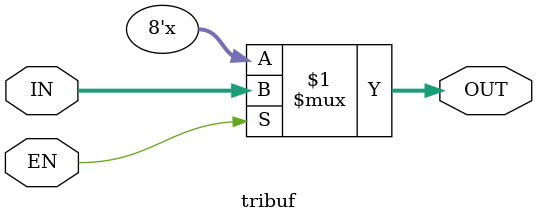
<source format=sv>
`timescale 1ns/1ns

module tribuf(IN, EN, OUT);

parameter SIZE = 8;

input [SIZE - 1:0] IN;
input EN;
output [SIZE - 1:0] OUT;

assign OUT = EN? IN : 8'bz;
endmodule
</source>
